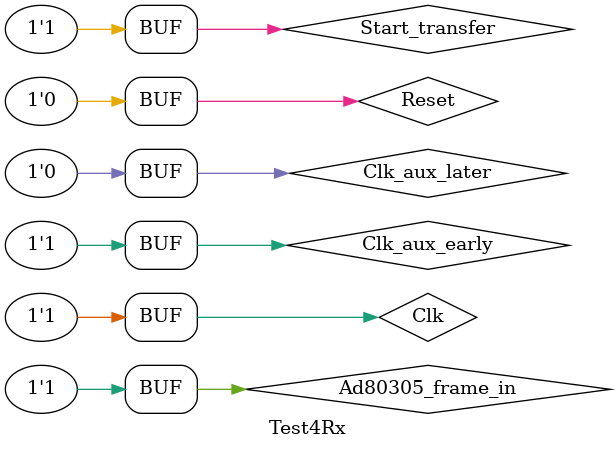
<source format=v>
`timescale 1ns / 1ps


module Test4Rx(

    );
// Input    
reg         Clk;
reg         Reset;
reg         Start_transfer;
reg         Ad80305_clk_in;
reg         Ad80305_frame_in;
reg  [11:0] Ad80305_data_in;

// Outputs
wire [11:0] Data_in_i;
wire [11:0] Data_in_q;
        
// Counter
reg         Clk_aux_early;
reg         Clk_aux_later;
reg  [11:0] counter_data_in;
    
// Initail for Clk & Reset
initial begin
    // Initialize Inputs
    Clk = 0;
    Reset = 0;
    Start_transfer = 0;
    Ad80305_clk_in = 0;
    Ad80305_frame_in = 0;
    Ad80305_data_in = 12'b0;
                   
    Clk_aux_early = 0;
    Clk_aux_later = 0;
    counter_data_in = 12'b0;             
       
    // Wait 100 ns for global reset to finish
    #100;
                   
    Reset = 1;
    #100 Reset = 0;
    #100 Start_transfer = 1;                     
end
        
always begin
    #2.5 Clk_aux_early = 0;
    #2.5 Clk_aux_early = 1;
end
        
always begin
    #2.5 Clk_aux_later = 1;
    #2.5 Clk_aux_later = 0;
end
        
always @ ( posedge Clk_aux_later )
begin
    Ad80305_clk_in = ~Ad80305_clk_in;
end

always begin
    #5 Clk = 0;
    #5 Clk = 1;
end
    
always begin
    #5 Ad80305_frame_in = 0;
    #5 Ad80305_frame_in = 1;
end
                
always @ ( posedge Clk_aux_early )
begin
    counter_data_in = counter_data_in + 12'd1;
end
        
always @ ( posedge Clk_aux_early )
begin
    Ad80305_data_in <= counter_data_in;
end
        
AD80305_DATA_INTF_RX    U_DATA_INTF_RX
(
            .Clk                ( Clk               ),
            .Reset              ( Reset             ),
            .Start_transfer     ( Start_transfer    ),
            .Ad80305_clk_in     ( Ad80305_clk_in    ),         //* Correspond to AD80305 "DATA_CLK" interface
            .Ad80305_frame_in   ( Ad80305_frame_in  ),       //* Correspond to AD80305 "RX_FRAME" interface
            .Ad80305_data_in    ( Ad80305_data_in   ),        //* Correspond to AD80305 "P0_D[11:0]" interface
        
            .Clk_out            (                   ),
            .Data_in_i          ( Data_in_i         ),              //* I signal which comes from AD80305
            .Data_in_q          ( Data_in_q         )               //* Q signal which comes from AD80305
);

endmodule

</source>
